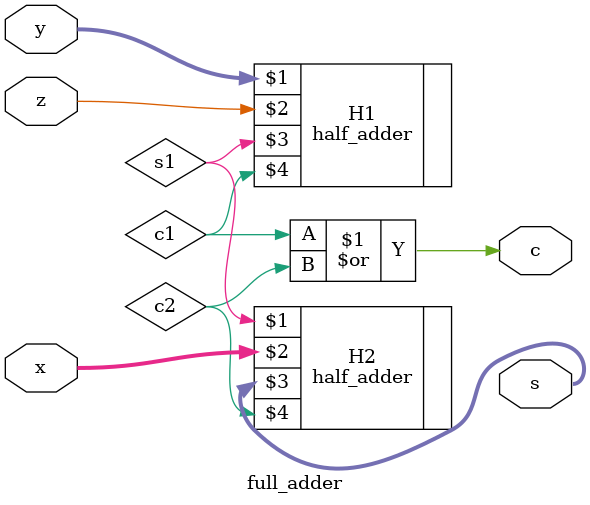
<source format=v>
`timescale 1ns / 1ps

module full_adder(x,y,z,s,c);
input [3:0]x,y;
input z;
output [3:0]s;
output c;

//2 half adders and 1 OR gate used

wire s1,c1,c2;
half_adder H1(y,z,s1,c1);
half_adder H2(s1,x,s,c2);

or (c,c1,c2);
endmodule

</source>
